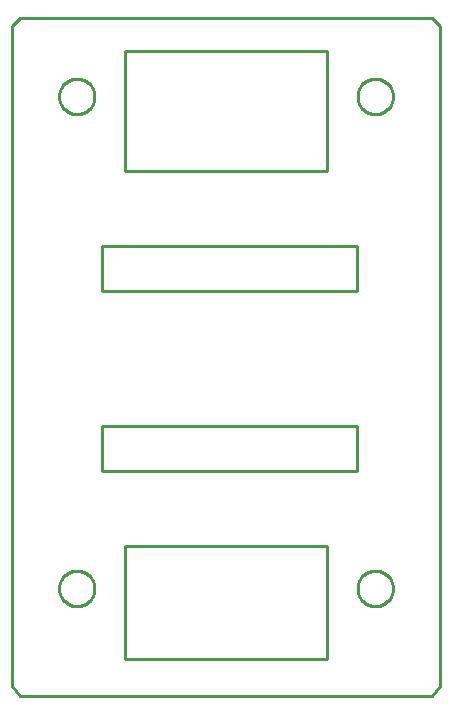
<source format=gbr>
G04 EAGLE Gerber RS-274X export*
G75*
%MOMM*%
%FSLAX34Y34*%
%LPD*%
%IN*%
%IPPOS*%
%AMOC8*
5,1,8,0,0,1.08239X$1,22.5*%
G01*
%ADD10C,0.254000*%


D10*
X0Y8890D02*
X6350Y0D01*
X355600Y0D01*
X361950Y8890D01*
X361950Y567690D01*
X355600Y574040D01*
X6350Y574040D01*
X0Y567690D01*
X0Y8890D01*
X95250Y444500D02*
X266700Y444500D01*
X266700Y546100D01*
X95250Y546100D01*
X95250Y444500D01*
X76200Y190500D02*
X292100Y190500D01*
X292100Y228600D01*
X76200Y228600D01*
X76200Y190500D01*
X76200Y342900D02*
X292100Y342900D01*
X292100Y381000D01*
X76200Y381000D01*
X76200Y342900D01*
X95250Y31750D02*
X266700Y31750D01*
X266700Y127000D01*
X95250Y127000D01*
X95250Y31750D01*
X69610Y507464D02*
X69534Y506396D01*
X69381Y505335D01*
X69153Y504288D01*
X68851Y503260D01*
X68477Y502256D01*
X68032Y501281D01*
X67518Y500341D01*
X66939Y499440D01*
X66297Y498582D01*
X65595Y497772D01*
X64838Y497015D01*
X64028Y496313D01*
X63170Y495671D01*
X62269Y495092D01*
X61329Y494578D01*
X60354Y494133D01*
X59350Y493759D01*
X58322Y493457D01*
X57275Y493229D01*
X56214Y493076D01*
X55146Y493000D01*
X54074Y493000D01*
X53006Y493076D01*
X51945Y493229D01*
X50898Y493457D01*
X49870Y493759D01*
X48866Y494133D01*
X47891Y494578D01*
X46951Y495092D01*
X46050Y495671D01*
X45192Y496313D01*
X44382Y497015D01*
X43625Y497772D01*
X42923Y498582D01*
X42281Y499440D01*
X41702Y500341D01*
X41188Y501281D01*
X40743Y502256D01*
X40369Y503260D01*
X40067Y504288D01*
X39839Y505335D01*
X39686Y506396D01*
X39610Y507464D01*
X39610Y508536D01*
X39686Y509604D01*
X39839Y510665D01*
X40067Y511712D01*
X40369Y512740D01*
X40743Y513744D01*
X41188Y514719D01*
X41702Y515659D01*
X42281Y516560D01*
X42923Y517418D01*
X43625Y518228D01*
X44382Y518985D01*
X45192Y519687D01*
X46050Y520329D01*
X46951Y520908D01*
X47891Y521422D01*
X48866Y521867D01*
X49870Y522241D01*
X50898Y522543D01*
X51945Y522771D01*
X53006Y522924D01*
X54074Y523000D01*
X55146Y523000D01*
X56214Y522924D01*
X57275Y522771D01*
X58322Y522543D01*
X59350Y522241D01*
X60354Y521867D01*
X61329Y521422D01*
X62269Y520908D01*
X63170Y520329D01*
X64028Y519687D01*
X64838Y518985D01*
X65595Y518228D01*
X66297Y517418D01*
X66939Y516560D01*
X67518Y515659D01*
X68032Y514719D01*
X68477Y513744D01*
X68851Y512740D01*
X69153Y511712D01*
X69381Y510665D01*
X69534Y509604D01*
X69610Y508536D01*
X69610Y507464D01*
X322340Y507464D02*
X322264Y506396D01*
X322111Y505335D01*
X321883Y504288D01*
X321581Y503260D01*
X321207Y502256D01*
X320762Y501281D01*
X320248Y500341D01*
X319669Y499440D01*
X319027Y498582D01*
X318325Y497772D01*
X317568Y497015D01*
X316758Y496313D01*
X315900Y495671D01*
X314999Y495092D01*
X314059Y494578D01*
X313084Y494133D01*
X312080Y493759D01*
X311052Y493457D01*
X310005Y493229D01*
X308944Y493076D01*
X307876Y493000D01*
X306804Y493000D01*
X305736Y493076D01*
X304675Y493229D01*
X303628Y493457D01*
X302600Y493759D01*
X301596Y494133D01*
X300621Y494578D01*
X299681Y495092D01*
X298780Y495671D01*
X297922Y496313D01*
X297112Y497015D01*
X296355Y497772D01*
X295653Y498582D01*
X295011Y499440D01*
X294432Y500341D01*
X293918Y501281D01*
X293473Y502256D01*
X293099Y503260D01*
X292797Y504288D01*
X292569Y505335D01*
X292416Y506396D01*
X292340Y507464D01*
X292340Y508536D01*
X292416Y509604D01*
X292569Y510665D01*
X292797Y511712D01*
X293099Y512740D01*
X293473Y513744D01*
X293918Y514719D01*
X294432Y515659D01*
X295011Y516560D01*
X295653Y517418D01*
X296355Y518228D01*
X297112Y518985D01*
X297922Y519687D01*
X298780Y520329D01*
X299681Y520908D01*
X300621Y521422D01*
X301596Y521867D01*
X302600Y522241D01*
X303628Y522543D01*
X304675Y522771D01*
X305736Y522924D01*
X306804Y523000D01*
X307876Y523000D01*
X308944Y522924D01*
X310005Y522771D01*
X311052Y522543D01*
X312080Y522241D01*
X313084Y521867D01*
X314059Y521422D01*
X314999Y520908D01*
X315900Y520329D01*
X316758Y519687D01*
X317568Y518985D01*
X318325Y518228D01*
X319027Y517418D01*
X319669Y516560D01*
X320248Y515659D01*
X320762Y514719D01*
X321207Y513744D01*
X321581Y512740D01*
X321883Y511712D01*
X322111Y510665D01*
X322264Y509604D01*
X322340Y508536D01*
X322340Y507464D01*
X69610Y90904D02*
X69534Y89836D01*
X69381Y88775D01*
X69153Y87728D01*
X68851Y86700D01*
X68477Y85696D01*
X68032Y84721D01*
X67518Y83781D01*
X66939Y82880D01*
X66297Y82022D01*
X65595Y81212D01*
X64838Y80455D01*
X64028Y79753D01*
X63170Y79111D01*
X62269Y78532D01*
X61329Y78018D01*
X60354Y77573D01*
X59350Y77199D01*
X58322Y76897D01*
X57275Y76669D01*
X56214Y76516D01*
X55146Y76440D01*
X54074Y76440D01*
X53006Y76516D01*
X51945Y76669D01*
X50898Y76897D01*
X49870Y77199D01*
X48866Y77573D01*
X47891Y78018D01*
X46951Y78532D01*
X46050Y79111D01*
X45192Y79753D01*
X44382Y80455D01*
X43625Y81212D01*
X42923Y82022D01*
X42281Y82880D01*
X41702Y83781D01*
X41188Y84721D01*
X40743Y85696D01*
X40369Y86700D01*
X40067Y87728D01*
X39839Y88775D01*
X39686Y89836D01*
X39610Y90904D01*
X39610Y91976D01*
X39686Y93044D01*
X39839Y94105D01*
X40067Y95152D01*
X40369Y96180D01*
X40743Y97184D01*
X41188Y98159D01*
X41702Y99099D01*
X42281Y100000D01*
X42923Y100858D01*
X43625Y101668D01*
X44382Y102425D01*
X45192Y103127D01*
X46050Y103769D01*
X46951Y104348D01*
X47891Y104862D01*
X48866Y105307D01*
X49870Y105681D01*
X50898Y105983D01*
X51945Y106211D01*
X53006Y106364D01*
X54074Y106440D01*
X55146Y106440D01*
X56214Y106364D01*
X57275Y106211D01*
X58322Y105983D01*
X59350Y105681D01*
X60354Y105307D01*
X61329Y104862D01*
X62269Y104348D01*
X63170Y103769D01*
X64028Y103127D01*
X64838Y102425D01*
X65595Y101668D01*
X66297Y100858D01*
X66939Y100000D01*
X67518Y99099D01*
X68032Y98159D01*
X68477Y97184D01*
X68851Y96180D01*
X69153Y95152D01*
X69381Y94105D01*
X69534Y93044D01*
X69610Y91976D01*
X69610Y90904D01*
X322340Y90904D02*
X322264Y89836D01*
X322111Y88775D01*
X321883Y87728D01*
X321581Y86700D01*
X321207Y85696D01*
X320762Y84721D01*
X320248Y83781D01*
X319669Y82880D01*
X319027Y82022D01*
X318325Y81212D01*
X317568Y80455D01*
X316758Y79753D01*
X315900Y79111D01*
X314999Y78532D01*
X314059Y78018D01*
X313084Y77573D01*
X312080Y77199D01*
X311052Y76897D01*
X310005Y76669D01*
X308944Y76516D01*
X307876Y76440D01*
X306804Y76440D01*
X305736Y76516D01*
X304675Y76669D01*
X303628Y76897D01*
X302600Y77199D01*
X301596Y77573D01*
X300621Y78018D01*
X299681Y78532D01*
X298780Y79111D01*
X297922Y79753D01*
X297112Y80455D01*
X296355Y81212D01*
X295653Y82022D01*
X295011Y82880D01*
X294432Y83781D01*
X293918Y84721D01*
X293473Y85696D01*
X293099Y86700D01*
X292797Y87728D01*
X292569Y88775D01*
X292416Y89836D01*
X292340Y90904D01*
X292340Y91976D01*
X292416Y93044D01*
X292569Y94105D01*
X292797Y95152D01*
X293099Y96180D01*
X293473Y97184D01*
X293918Y98159D01*
X294432Y99099D01*
X295011Y100000D01*
X295653Y100858D01*
X296355Y101668D01*
X297112Y102425D01*
X297922Y103127D01*
X298780Y103769D01*
X299681Y104348D01*
X300621Y104862D01*
X301596Y105307D01*
X302600Y105681D01*
X303628Y105983D01*
X304675Y106211D01*
X305736Y106364D01*
X306804Y106440D01*
X307876Y106440D01*
X308944Y106364D01*
X310005Y106211D01*
X311052Y105983D01*
X312080Y105681D01*
X313084Y105307D01*
X314059Y104862D01*
X314999Y104348D01*
X315900Y103769D01*
X316758Y103127D01*
X317568Y102425D01*
X318325Y101668D01*
X319027Y100858D01*
X319669Y100000D01*
X320248Y99099D01*
X320762Y98159D01*
X321207Y97184D01*
X321581Y96180D01*
X321883Y95152D01*
X322111Y94105D01*
X322264Y93044D01*
X322340Y91976D01*
X322340Y90904D01*
M02*

</source>
